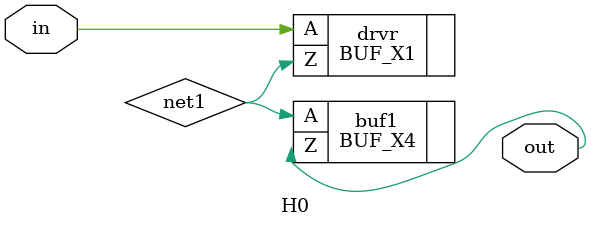
<source format=v>
module top (in,
    out);
 input in;
 output out;


 H0 h0 (.in(in),
    .out(out));
endmodule
module H0 (in,
    out);
 input in;
 output out;

 wire net1;

 BUF_X4 buf1 (.A(net1),
    .Z(out));
 BUF_X1 drvr (.A(in),
    .Z(net1));
endmodule

</source>
